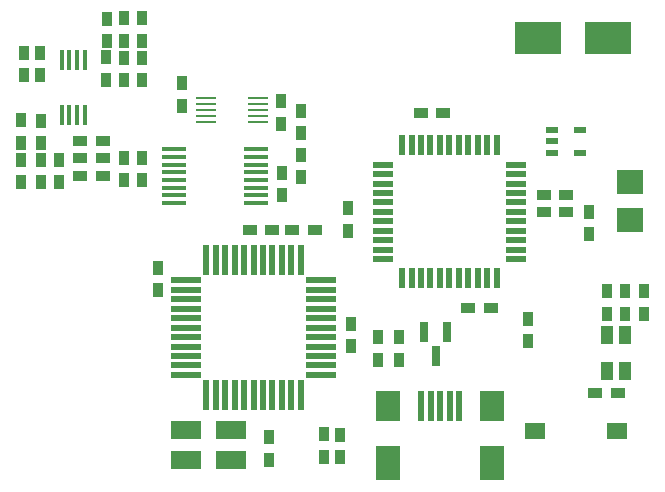
<source format=gtp>
%FSLAX25Y25*%
%MOIN*%
G70*
G01*
G75*
G04 Layer_Color=8421504*
%ADD10R,0.03543X0.04724*%
%ADD11R,0.07087X0.01063*%
%ADD12R,0.04724X0.03543*%
%ADD13R,0.01693X0.07087*%
%ADD14R,0.04331X0.05906*%
%ADD15R,0.06890X0.05512*%
%ADD16R,0.01969X0.09843*%
%ADD17R,0.07874X0.09843*%
%ADD18R,0.07874X0.11811*%
%ADD19R,0.03150X0.07087*%
%ADD20R,0.06890X0.02165*%
%ADD21R,0.02165X0.06890*%
%ADD22R,0.02165X0.09843*%
%ADD23R,0.09843X0.02165*%
%ADD24R,0.09843X0.06299*%
%ADD25R,0.08268X0.01575*%
%ADD26R,0.08661X0.07874*%
%ADD27R,0.03937X0.02362*%
%ADD28R,0.15748X0.11024*%
%ADD29C,0.01969*%
%ADD30C,0.07874*%
%ADD31C,0.03937*%
%ADD32C,0.01575*%
%ADD33C,0.02953*%
%ADD34C,0.00984*%
%ADD35C,0.03150*%
%ADD36C,0.05906*%
%ADD37C,0.01181*%
%ADD38R,0.05906X0.16339*%
%ADD39R,0.06221X0.09764*%
%ADD40R,0.07677X0.05827*%
%ADD41R,0.07559X0.04646*%
%ADD42R,0.08268X0.06732*%
%ADD43R,0.07323X0.04764*%
%ADD44R,0.08307X0.06654*%
%ADD45R,0.07126X0.03071*%
%ADD46R,0.07126X0.02992*%
%ADD47R,0.07087X0.03543*%
%ADD48R,0.03228X0.07126*%
%ADD49C,0.08032*%
%ADD50R,0.08032X0.08032*%
%ADD51R,0.05906X0.05906*%
%ADD52C,0.05906*%
%ADD53C,0.03543*%
%ADD54C,0.07087*%
%ADD55C,0.02362*%
%ADD56R,0.06299X0.02362*%
%ADD57R,0.09488X0.23622*%
%ADD58R,0.07874X0.08661*%
%ADD59C,0.02362*%
%ADD60C,0.00787*%
%ADD61C,0.01000*%
D10*
X93622Y121756D02*
D03*
Y129236D02*
D03*
X60433Y127740D02*
D03*
Y135221D02*
D03*
X93858Y97819D02*
D03*
Y105299D02*
D03*
X19685Y102228D02*
D03*
Y109709D02*
D03*
X13465Y102307D02*
D03*
Y109787D02*
D03*
X6968Y102307D02*
D03*
Y109787D02*
D03*
X13465Y115299D02*
D03*
Y122780D02*
D03*
X6968Y115378D02*
D03*
Y122858D02*
D03*
X47401Y143756D02*
D03*
Y136276D02*
D03*
X41260Y143756D02*
D03*
Y136276D02*
D03*
X47401Y156866D02*
D03*
Y149386D02*
D03*
X41260Y156866D02*
D03*
Y149386D02*
D03*
X35472Y156787D02*
D03*
Y149307D02*
D03*
X35394Y143913D02*
D03*
Y136433D02*
D03*
X13386Y145291D02*
D03*
Y137811D02*
D03*
X7913Y145291D02*
D03*
Y137811D02*
D03*
X47283Y110409D02*
D03*
Y102929D02*
D03*
X41102Y102937D02*
D03*
Y110417D02*
D03*
X214488Y65882D02*
D03*
Y58402D02*
D03*
X208228Y65882D02*
D03*
Y58402D02*
D03*
X202323Y58370D02*
D03*
Y65850D02*
D03*
X132756Y43055D02*
D03*
Y50535D02*
D03*
X125984Y43087D02*
D03*
Y50567D02*
D03*
X113307Y18087D02*
D03*
Y10606D02*
D03*
X107795Y18244D02*
D03*
Y10764D02*
D03*
X196181Y92339D02*
D03*
Y84858D02*
D03*
X175827Y56669D02*
D03*
Y49189D02*
D03*
X115827Y86008D02*
D03*
Y93488D02*
D03*
X116890Y47465D02*
D03*
Y54945D02*
D03*
X52480Y66244D02*
D03*
Y73724D02*
D03*
X89724Y9669D02*
D03*
Y17150D02*
D03*
X100394Y103953D02*
D03*
Y111433D02*
D03*
Y126047D02*
D03*
Y118567D02*
D03*
D11*
X68622Y130276D02*
D03*
Y128307D02*
D03*
Y126339D02*
D03*
Y124370D02*
D03*
Y122402D02*
D03*
X85945Y130276D02*
D03*
Y128307D02*
D03*
Y126339D02*
D03*
Y124370D02*
D03*
Y122402D02*
D03*
D12*
X26717Y104173D02*
D03*
X34197D02*
D03*
X26717Y110197D02*
D03*
X34197D02*
D03*
X26677Y116102D02*
D03*
X34157D02*
D03*
X205764Y31850D02*
D03*
X198284D02*
D03*
X188677Y98071D02*
D03*
X181197D02*
D03*
X188677Y92323D02*
D03*
X181197D02*
D03*
X140220Y125276D02*
D03*
X147701D02*
D03*
X163441Y60158D02*
D03*
X155961D02*
D03*
X90724Y86142D02*
D03*
X83244D02*
D03*
X104858D02*
D03*
X97378D02*
D03*
D13*
X28130Y142933D02*
D03*
X25571D02*
D03*
X23012D02*
D03*
X20453D02*
D03*
X28130Y124626D02*
D03*
X25571D02*
D03*
X23012D02*
D03*
X20453D02*
D03*
D14*
X208228Y39331D02*
D03*
X202323D02*
D03*
X208228Y51142D02*
D03*
X202323D02*
D03*
D15*
X178161Y19350D02*
D03*
X205720D02*
D03*
D16*
X152992Y27480D02*
D03*
X149843D02*
D03*
X146693D02*
D03*
X143543D02*
D03*
X140394D02*
D03*
D17*
X164016D02*
D03*
X129370D02*
D03*
D18*
X164016Y8779D02*
D03*
X129370D02*
D03*
D19*
X148858Y52441D02*
D03*
X141378D02*
D03*
X145118Y44173D02*
D03*
D20*
X171831Y108071D02*
D03*
Y104921D02*
D03*
Y101772D02*
D03*
Y98622D02*
D03*
Y95472D02*
D03*
Y92323D02*
D03*
Y89173D02*
D03*
Y86024D02*
D03*
Y82874D02*
D03*
Y79724D02*
D03*
Y76575D02*
D03*
X127539D02*
D03*
Y79724D02*
D03*
Y82874D02*
D03*
Y86024D02*
D03*
Y89173D02*
D03*
Y92323D02*
D03*
Y95472D02*
D03*
Y98622D02*
D03*
Y101772D02*
D03*
Y104921D02*
D03*
Y108071D02*
D03*
D21*
X165433Y70177D02*
D03*
X162284D02*
D03*
X159134D02*
D03*
X155984D02*
D03*
X152835D02*
D03*
X149685D02*
D03*
X146535D02*
D03*
X143386D02*
D03*
X140236D02*
D03*
X137087D02*
D03*
X133937D02*
D03*
Y114469D02*
D03*
X137087D02*
D03*
X140236D02*
D03*
X143386D02*
D03*
X146535D02*
D03*
X149685D02*
D03*
X152835D02*
D03*
X155984D02*
D03*
X159134D02*
D03*
X162284D02*
D03*
X165433D02*
D03*
D22*
X68677Y31319D02*
D03*
X71827D02*
D03*
X74976D02*
D03*
X78126D02*
D03*
X81276D02*
D03*
X84425D02*
D03*
X87575D02*
D03*
X90724D02*
D03*
X93874D02*
D03*
X97024D02*
D03*
X100173D02*
D03*
Y76201D02*
D03*
X97024D02*
D03*
X93874D02*
D03*
X90724D02*
D03*
X87575D02*
D03*
X84425D02*
D03*
X81276D02*
D03*
X78126D02*
D03*
X74976D02*
D03*
X71827D02*
D03*
X68677D02*
D03*
D23*
X106866Y38012D02*
D03*
Y41161D02*
D03*
Y44311D02*
D03*
Y47461D02*
D03*
Y50610D02*
D03*
Y53760D02*
D03*
Y56910D02*
D03*
Y60059D02*
D03*
Y63209D02*
D03*
Y66358D02*
D03*
Y69508D02*
D03*
X61984D02*
D03*
Y66358D02*
D03*
Y63209D02*
D03*
Y60059D02*
D03*
Y56910D02*
D03*
Y53760D02*
D03*
Y50610D02*
D03*
Y47461D02*
D03*
Y44311D02*
D03*
Y41161D02*
D03*
Y38012D02*
D03*
D24*
X76925Y9705D02*
D03*
X61925D02*
D03*
X76925Y19705D02*
D03*
X61925D02*
D03*
D25*
X85197Y95295D02*
D03*
Y97854D02*
D03*
Y100413D02*
D03*
Y102972D02*
D03*
Y105532D02*
D03*
Y108090D02*
D03*
Y110650D02*
D03*
Y113209D02*
D03*
X58031Y95295D02*
D03*
Y97854D02*
D03*
Y100413D02*
D03*
Y102972D02*
D03*
Y105532D02*
D03*
Y108090D02*
D03*
Y110650D02*
D03*
Y113209D02*
D03*
D26*
X209764Y102165D02*
D03*
Y89567D02*
D03*
D27*
X193402Y119567D02*
D03*
Y112087D02*
D03*
X183953D02*
D03*
Y115827D02*
D03*
Y119567D02*
D03*
D28*
X202441Y150315D02*
D03*
X179213D02*
D03*
M02*

</source>
